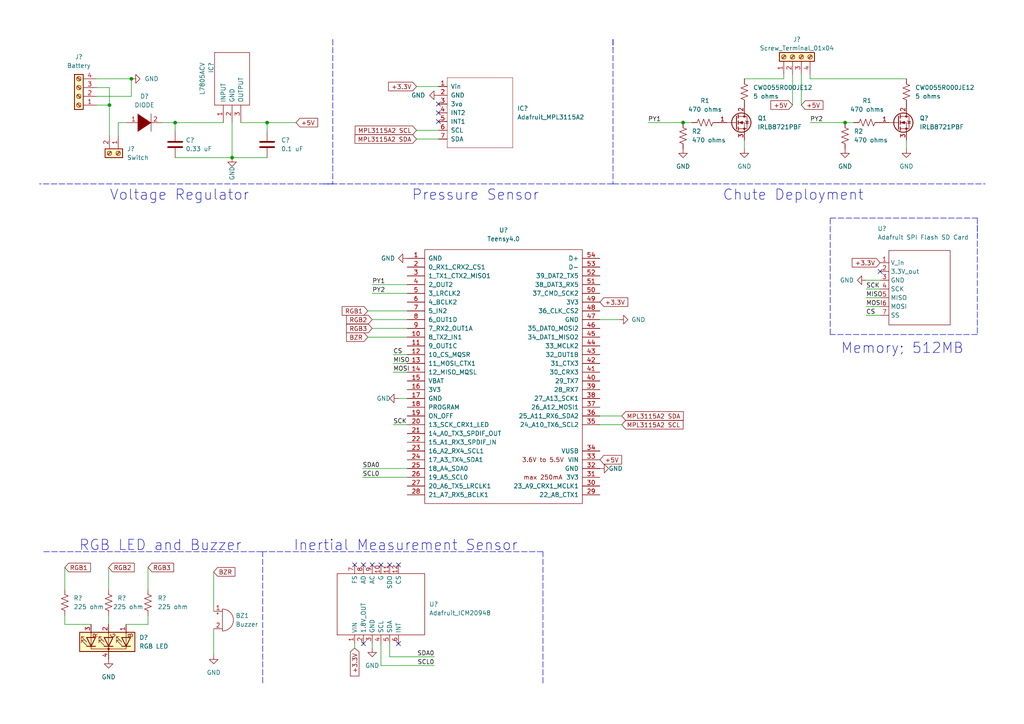
<source format=kicad_sch>
(kicad_sch (version 20211123) (generator eeschema)
  (paper "A4")
  (lib_symbols
    (symbol "Adafruit:Adafruit SPI Flash SD Card"
      (property "Reference" "U" (at 10.922 19.304 0))
      (property "Value" "Adafruit SPI Flash SD Card" (at 10.922 21.59 0))
      (symbol "Adafruit SPI Flash SD Card_0_1"
        (rectangle (start 0 0) (end 21.59 17.78))
      )
      (symbol "Adafruit SPI Flash SD Card_1_1"
        (pin power_in line (at 3.556 -2.54 90) (length 2.54) (name "V_in") (number "1"))
        (pin power_out line (at 6.096 -2.54 90) (length 2.54) (name "3.3V_out") (number "2"))
        (pin bidirectional line (at 8.636 -2.54 90) (length 2.54) (name "GND") (number "3"))
        (pin bidirectional line (at 11.176 -2.54 90) (length 2.54) (name "SCK") (number "4"))
        (pin bidirectional line (at 13.716 -2.54 90) (length 2.54) (name "MISO") (number "5"))
        (pin bidirectional line (at 16.256 -2.54 90) (length 2.54) (name "MOSI") (number "6"))
        (pin bidirectional line (at 18.796 -2.54 90) (length 2.54) (name "SS") (number "7"))
      )
    )
    (symbol "Adafruit:Adafruit_ICM20948"
      (property "Reference" "U" (at 0 0 0))
      (property "Value" "Adafruit_ICM20948" (at 0 -15.24 0))
      (symbol "Adafruit_ICM20948_0_1"
        (rectangle (start 0 0) (end 0 0))
        (rectangle (start 0 0) (end 0 0))
        (rectangle (start 0 17.78) (end 25.4 0))
      )
      (symbol "Adafruit_ICM20948_1_1"
        (pin input line (at 5.08 -2.54 90) (length 2.54) (name "VIN") (number "1"))
        (pin bidirectional line (at 12.7 20.32 270) (length 2.54) (name "G") (number "10"))
        (pin bidirectional line (at 15.24 20.32 270) (length 2.54) (name "SDO") (number "11"))
        (pin bidirectional line (at 17.78 20.32 270) (length 2.54) (name "CS") (number "12"))
        (pin bidirectional line (at 7.62 -2.54 90) (length 2.54) (name "1.8V_OUT") (number "2"))
        (pin bidirectional line (at 10.16 -2.54 90) (length 2.54) (name "GND") (number "3"))
        (pin bidirectional line (at 12.7 -2.54 90) (length 2.54) (name "SCL") (number "4"))
        (pin bidirectional line (at 15.24 -2.54 90) (length 2.54) (name "SDA") (number "5"))
        (pin bidirectional line (at 17.78 -2.54 90) (length 2.54) (name "INT") (number "6"))
        (pin bidirectional line (at 5.08 20.32 270) (length 2.54) (name "FS") (number "7"))
        (pin bidirectional line (at 7.62 20.32 270) (length 2.54) (name "AD") (number "8"))
        (pin bidirectional line (at 10.16 20.32 270) (length 2.54) (name "AC") (number "9"))
      )
    )
    (symbol "Adafruit:Adafruit_MPL3115A2" (pin_names (offset 1.016))
      (property "Reference" "IC" (at 10.16 20.32 0))
      (property "Value" "Adafruit_MPL3115A2" (at 10.16 13.97 0))
      (symbol "Adafruit_MPL3115A2_0_1"
        (rectangle (start 0 0) (end 20.32 19.05) (stroke (width 0.1016)))
      )
      (symbol "Adafruit_MPL3115A2_1_1"
        (pin bidirectional line (at 2.54 -2.54 90) (length 2.54) (name "Vin") (number "1"))
        (pin bidirectional line (at 5.08 -2.54 90) (length 2.54) (name "GND") (number "2"))
        (pin bidirectional line (at 7.62 -2.54 90) (length 2.54) (name "3vo") (number "3"))
        (pin bidirectional line (at 10.16 -2.54 90) (length 2.54) (name "INT2") (number "4"))
        (pin bidirectional line (at 12.7 -2.54 90) (length 2.54) (name "INT1") (number "5"))
        (pin bidirectional line (at 15.24 -2.54 90) (length 2.54) (name "SCL") (number "6"))
        (pin bidirectional line (at 17.78 -2.54 90) (length 2.54) (name "SDA") (number "7"))
      )
    )
    (symbol "Connector:Screw_Terminal_01x02" (pin_names (offset 1.016) hide)
      (property "Reference" "J" (at 0 2.54 0))
      (property "Value" "Screw_Terminal_01x02" (at 0 -5.08 0))
      (symbol "Screw_Terminal_01x02_1_1"
        (rectangle (start -1.27 1.27) (end 1.27 -3.81) (stroke (width 0.254)) (fill (type background)))
        (circle (center 0 -2.54) (radius 0.635) (stroke (width 0.1524)))
        (polyline (pts (xy -0.5334 -2.2098) (xy 0.3302 -3.048)) (stroke (width 0.1524)))
        (polyline (pts (xy -0.5334 0.3302) (xy 0.3302 -0.508)) (stroke (width 0.1524)))
        (polyline (pts (xy -0.3556 -2.032) (xy 0.508 -2.8702)) (stroke (width 0.1524)))
        (polyline (pts (xy -0.3556 0.508) (xy 0.508 -0.3302)) (stroke (width 0.1524)))
        (circle (center 0 0) (radius 0.635) (stroke (width 0.1524)))
        (pin passive line (at -5.08 0 0) (length 3.81) (name "Pin_1") (number "1"))
        (pin passive line (at -5.08 -2.54 0) (length 3.81) (name "Pin_2") (number "2"))
      )
    )
    (symbol "Connector:Screw_Terminal_01x04" (pin_names (offset 1.016) hide)
      (property "Reference" "J" (at 0 5.08 0))
      (property "Value" "Screw_Terminal_01x04" (at 0 -7.62 0))
      (symbol "Screw_Terminal_01x04_1_1"
        (rectangle (start -1.27 3.81) (end 1.27 -6.35) (stroke (width 0.254)) (fill (type background)))
        (circle (center 0 -5.08) (radius 0.635) (stroke (width 0.1524)))
        (circle (center 0 -2.54) (radius 0.635) (stroke (width 0.1524)))
        (polyline (pts (xy -0.5334 -4.7498) (xy 0.3302 -5.588)) (stroke (width 0.1524)))
        (polyline (pts (xy -0.5334 -2.2098) (xy 0.3302 -3.048)) (stroke (width 0.1524)))
        (polyline (pts (xy -0.5334 0.3302) (xy 0.3302 -0.508)) (stroke (width 0.1524)))
        (polyline (pts (xy -0.5334 2.8702) (xy 0.3302 2.032)) (stroke (width 0.1524)))
        (polyline (pts (xy -0.3556 -4.572) (xy 0.508 -5.4102)) (stroke (width 0.1524)))
        (polyline (pts (xy -0.3556 -2.032) (xy 0.508 -2.8702)) (stroke (width 0.1524)))
        (polyline (pts (xy -0.3556 0.508) (xy 0.508 -0.3302)) (stroke (width 0.1524)))
        (polyline (pts (xy -0.3556 3.048) (xy 0.508 2.2098)) (stroke (width 0.1524)))
        (circle (center 0 0) (radius 0.635) (stroke (width 0.1524)))
        (circle (center 0 2.54) (radius 0.635) (stroke (width 0.1524)))
        (pin passive line (at -5.08 2.54 0) (length 3.81) (name "Pin_1") (number "1"))
        (pin passive line (at -5.08 0 0) (length 3.81) (name "Pin_2") (number "2"))
        (pin passive line (at -5.08 -2.54 0) (length 3.81) (name "Pin_3") (number "3"))
        (pin passive line (at -5.08 -5.08 0) (length 3.81) (name "Pin_4") (number "4"))
      )
    )
    (symbol "Device:Buzzer" (pin_names (offset 0.0254) hide)
      (property "Reference" "BZ" (at 3.81 1.27 0))
      (property "Value" "Buzzer" (at 3.81 -1.27 0))
      (symbol "Buzzer_0_1"
        (arc (start 0 -3.175) (mid 3.175 0) (end 0 3.175))
        (polyline (pts (xy -1.651 1.905) (xy -1.143 1.905)))
        (polyline (pts (xy -1.397 2.159) (xy -1.397 1.651)))
        (polyline (pts (xy 0 3.175) (xy 0 -3.175)))
      )
      (symbol "Buzzer_1_1"
        (pin passive line (at -2.54 2.54 0) (length 2.54) (name "-") (number "1"))
        (pin passive line (at -2.54 -2.54 0) (length 2.54) (name "+") (number "2"))
      )
    )
    (symbol "Device:C" (pin_numbers hide) (pin_names (offset 0.254))
      (property "Reference" "C" (at 0.635 2.54 0))
      (property "Value" "C" (at 0.635 -2.54 0))
      (symbol "C_0_1"
        (polyline (pts (xy -2.032 -0.762) (xy 2.032 -0.762)) (stroke (width 0.508)))
        (polyline (pts (xy -2.032 0.762) (xy 2.032 0.762)) (stroke (width 0.508)))
      )
      (symbol "C_1_1"
        (pin passive line (at 0 3.81 270) (length 2.794) (name "~") (number "1"))
        (pin passive line (at 0 -3.81 90) (length 2.794) (name "~") (number "2"))
      )
    )
    (symbol "Device:LED_BGRK" (pin_names (offset 0) hide)
      (property "Reference" "D" (at 0 9.398 0))
      (property "Value" "LED_BGRK" (at 0 -8.89 0))
      (symbol "LED_BGRK_0_0"
        (text "B" (at 1.905 -6.35 0) (effects (font (size 1.27 1.27))))
        (text "G" (at 1.905 -1.27 0) (effects (font (size 1.27 1.27))))
        (text "R" (at 1.905 3.81 0) (effects (font (size 1.27 1.27))))
      )
      (symbol "LED_BGRK_0_1"
        (circle (center -2.032 0) (radius 0.254) (fill (type outline)))
        (polyline (pts (xy -1.27 -5.08) (xy 1.27 -5.08)))
        (polyline (pts (xy -1.27 -3.81) (xy -1.27 -6.35)) (stroke (width 0.254)))
        (polyline (pts (xy -1.27 0) (xy -2.54 0)))
        (polyline (pts (xy -1.27 1.27) (xy -1.27 -1.27)) (stroke (width 0.254)))
        (polyline (pts (xy -1.27 5.08) (xy 1.27 5.08)))
        (polyline (pts (xy -1.27 6.35) (xy -1.27 3.81)) (stroke (width 0.254)))
        (polyline (pts (xy 1.27 -5.08) (xy 2.54 -5.08)))
        (polyline (pts (xy 1.27 0) (xy -1.27 0)))
        (polyline (pts (xy 1.27 0) (xy 2.54 0)))
        (polyline (pts (xy 1.27 5.08) (xy 2.54 5.08)))
        (polyline (pts (xy -1.27 1.27) (xy -1.27 -1.27) (xy -1.27 -1.27)))
        (polyline (pts (xy -1.27 6.35) (xy -1.27 3.81) (xy -1.27 3.81)))
        (polyline (pts (xy -1.27 5.08) (xy -2.032 5.08) (xy -2.032 -5.08) (xy -1.016 -5.08)))
        (polyline (pts (xy 1.27 -3.81) (xy 1.27 -6.35) (xy -1.27 -5.08) (xy 1.27 -3.81)) (stroke (width 0.254)))
        (polyline (pts (xy 1.27 1.27) (xy 1.27 -1.27) (xy -1.27 0) (xy 1.27 1.27)) (stroke (width 0.254)))
        (polyline (pts (xy 1.27 6.35) (xy 1.27 3.81) (xy -1.27 5.08) (xy 1.27 6.35)) (stroke (width 0.254)))
        (polyline (pts (xy -1.016 -3.81) (xy 0.508 -2.286) (xy -0.254 -2.286) (xy 0.508 -2.286) (xy 0.508 -3.048)))
        (polyline (pts (xy -1.016 1.27) (xy 0.508 2.794) (xy -0.254 2.794) (xy 0.508 2.794) (xy 0.508 2.032)))
        (polyline (pts (xy -1.016 6.35) (xy 0.508 7.874) (xy -0.254 7.874) (xy 0.508 7.874) (xy 0.508 7.112)))
        (polyline (pts (xy 0 -3.81) (xy 1.524 -2.286) (xy 0.762 -2.286) (xy 1.524 -2.286) (xy 1.524 -3.048)))
        (polyline (pts (xy 0 1.27) (xy 1.524 2.794) (xy 0.762 2.794) (xy 1.524 2.794) (xy 1.524 2.032)))
        (polyline (pts (xy 0 6.35) (xy 1.524 7.874) (xy 0.762 7.874) (xy 1.524 7.874) (xy 1.524 7.112)))
        (rectangle (start 1.27 -1.27) (end 1.27 1.27))
        (rectangle (start 1.27 1.27) (end 1.27 1.27))
        (rectangle (start 1.27 3.81) (end 1.27 6.35))
        (rectangle (start 1.27 6.35) (end 1.27 6.35))
        (rectangle (start 2.794 8.382) (end -2.794 -7.62) (stroke (width 0.254)) (fill (type background)))
      )
      (symbol "LED_BGRK_1_1"
        (pin passive line (at 5.08 -5.08 180) (length 2.54) (name "BA") (number "1"))
        (pin passive line (at 5.08 0 180) (length 2.54) (name "GA") (number "2"))
        (pin passive line (at 5.08 5.08 180) (length 2.54) (name "RA") (number "3"))
        (pin passive line (at -5.08 0 0) (length 2.54) (name "K") (number "4"))
      )
    )
    (symbol "Device:R_US" (pin_numbers hide) (pin_names (offset 0))
      (property "Reference" "R" (at 2.54 0 90))
      (property "Value" "R_US" (at -2.54 0 90))
      (symbol "R_US_0_1"
        (polyline (pts (xy 0 -2.286) (xy 0 -2.54)))
        (polyline (pts (xy 0 2.286) (xy 0 2.54)))
        (polyline (pts (xy 0 -0.762) (xy 1.016 -1.143) (xy 0 -1.524) (xy -1.016 -1.905) (xy 0 -2.286)))
        (polyline (pts (xy 0 0.762) (xy 1.016 0.381) (xy 0 0) (xy -1.016 -0.381) (xy 0 -0.762)))
        (polyline (pts (xy 0 2.286) (xy 1.016 1.905) (xy 0 1.524) (xy -1.016 1.143) (xy 0 0.762)))
      )
      (symbol "R_US_1_1"
        (pin passive line (at 0 3.81 270) (length 1.27) (name "~") (number "1"))
        (pin passive line (at 0 -3.81 90) (length 1.27) (name "~") (number "2"))
      )
    )
    (symbol "Transistor_FET:IRLB8721PBF" (pin_names hide)
      (property "Reference" "Q" (at 6.35 1.905 0))
      (property "Value" "IRLB8721PBF" (at 6.35 0 0))
      (symbol "IRLB8721PBF_0_1"
        (polyline (pts (xy 0.254 0) (xy -2.54 0)))
        (polyline (pts (xy 0.254 1.905) (xy 0.254 -1.905)) (stroke (width 0.254)))
        (polyline (pts (xy 0.762 -1.27) (xy 0.762 -2.286)) (stroke (width 0.254)))
        (polyline (pts (xy 0.762 0.508) (xy 0.762 -0.508)) (stroke (width 0.254)))
        (polyline (pts (xy 0.762 2.286) (xy 0.762 1.27)) (stroke (width 0.254)))
        (polyline (pts (xy 2.54 2.54) (xy 2.54 1.778)))
        (polyline (pts (xy 2.54 -2.54) (xy 2.54 0) (xy 0.762 0)))
        (polyline (pts (xy 0.762 -1.778) (xy 3.302 -1.778) (xy 3.302 1.778) (xy 0.762 1.778)))
        (polyline (pts (xy 1.016 0) (xy 2.032 0.381) (xy 2.032 -0.381) (xy 1.016 0)) (fill (type outline)))
        (polyline (pts (xy 2.794 0.508) (xy 2.921 0.381) (xy 3.683 0.381) (xy 3.81 0.254)))
        (polyline (pts (xy 3.302 0.381) (xy 2.921 -0.254) (xy 3.683 -0.254) (xy 3.302 0.381)))
        (circle (center 1.651 0) (radius 2.794) (stroke (width 0.254)))
        (circle (center 2.54 -1.778) (radius 0.254) (fill (type outline)))
        (circle (center 2.54 1.778) (radius 0.254) (fill (type outline)))
      )
      (symbol "IRLB8721PBF_1_1"
        (pin input line (at -5.08 0 0) (length 2.54) (name "G") (number "1"))
        (pin passive line (at 2.54 5.08 270) (length 2.54) (name "D") (number "2"))
        (pin passive line (at 2.54 -5.08 90) (length 2.54) (name "S") (number "3"))
      )
    )
    (symbol "Voltage Regulator:L7805ACV" (pin_names (offset 0.762))
      (property "Reference" "IC" (at 8.89 25.4 0))
      (property "Value" "L7805ACV" (at 8.89 22.86 0))
      (symbol "L7805ACV_0_0"
        (pin passive line (at 0 0 90) (length 5.08) (name "INPUT") (number "1"))
        (pin passive line (at 2.54 0 90) (length 5.08) (name "GND") (number "2"))
        (pin passive line (at 5.08 0 90) (length 5.08) (name "OUTPUT") (number "3"))
      )
      (symbol "L7805ACV_0_1"
        (polyline (pts (xy -2.54 20.32) (xy 7.62 20.32) (xy 7.62 5.08) (xy -2.54 5.08) (xy -2.54 20.32)) (stroke (width 0.1524)))
      )
    )
    (symbol "power:GND" (power) (pin_names (offset 0))
      (property "Value" "GND" (at 0 -3.81 0))
      (symbol "GND_0_1"
        (polyline (pts (xy 0 0) (xy 0 -1.27) (xy 1.27 -1.27) (xy 0 -2.54) (xy -1.27 -1.27) (xy 0 -1.27)))
      )
      (symbol "GND_1_1"
        (pin power_in line (at 0 0 270) (length 0) hide (name "GND") (number "1"))
      )
    )
    (symbol "pspice:DIODE" (pin_names (offset 1.016) hide)
      (property "Reference" "D" (at 0 3.81 0))
      (property "Value" "DIODE" (at 0 -4.445 0))
      (symbol "DIODE_0_1"
        (polyline (pts (xy 1.905 2.54) (xy 1.905 -2.54)))
        (polyline (pts (xy -1.905 2.54) (xy -1.905 -2.54) (xy 1.905 0)) (fill (type outline)))
      )
      (symbol "DIODE_1_1"
        (pin input line (at -5.08 0 0) (length 3.81) (name "K") (number "1"))
        (pin input line (at 5.08 0 180) (length 3.81) (name "A") (number "2"))
      )
    )
    (symbol "teensy:Teensy4.0" (pin_names (offset 1.016))
      (property "Reference" "U" (at 0 39.37 0))
      (property "Value" "Teensy4.0" (at 0 -39.37 0))
      (symbol "Teensy4.0_0_0"
        (text "3.6V to 5.5V" (at 11.43 -24.13 0) (effects (font (size 1.27 1.27))))
        (text "max 250mA" (at 11.43 -29.21 0) (effects (font (size 1.27 1.27))))
        (pin bidirectional line (at -27.94 11.43 0) (length 5.08) (name "8_TX2_IN1") (number "10"))
        (pin bidirectional line (at -27.94 8.89 0) (length 5.08) (name "9_OUT1C") (number "11"))
        (pin bidirectional line (at -27.94 6.35 0) (length 5.08) (name "10_CS_MQSR") (number "12"))
        (pin bidirectional line (at -27.94 3.81 0) (length 5.08) (name "11_MOSI_CTX1") (number "13"))
        (pin bidirectional line (at -27.94 1.27 0) (length 5.08) (name "12_MISO_MQSL") (number "14"))
        (pin power_in line (at -27.94 -1.27 0) (length 5.08) (name "VBAT") (number "15"))
        (pin power_in line (at -27.94 -3.81 0) (length 5.08) (name "3V3") (number "16"))
        (pin power_in line (at -27.94 -6.35 0) (length 5.08) (name "GND") (number "17"))
        (pin input line (at -27.94 -8.89 0) (length 5.08) (name "PROGRAM") (number "18"))
        (pin input line (at -27.94 -11.43 0) (length 5.08) (name "ON_OFF") (number "19"))
        (pin bidirectional line (at -27.94 -13.97 0) (length 5.08) (name "13_SCK_CRX1_LED") (number "20"))
        (pin bidirectional line (at -27.94 -16.51 0) (length 5.08) (name "14_A0_TX3_SPDIF_OUT") (number "21"))
        (pin bidirectional line (at -27.94 -19.05 0) (length 5.08) (name "15_A1_RX3_SPDIF_IN") (number "22"))
        (pin bidirectional line (at -27.94 -21.59 0) (length 5.08) (name "16_A2_RX4_SCL1") (number "23"))
        (pin bidirectional line (at -27.94 -24.13 0) (length 5.08) (name "17_A3_TX4_SDA1") (number "24"))
        (pin bidirectional line (at -27.94 -26.67 0) (length 5.08) (name "18_A4_SDA0") (number "25"))
        (pin bidirectional line (at -27.94 -29.21 0) (length 5.08) (name "19_A5_SCL0") (number "26"))
        (pin bidirectional line (at -27.94 -31.75 0) (length 5.08) (name "20_A6_TX5_LRCLK1") (number "27"))
        (pin bidirectional line (at -27.94 -34.29 0) (length 5.08) (name "21_A7_RX5_BCLK1") (number "28"))
        (pin bidirectional line (at 27.94 -34.29 180) (length 5.08) (name "22_A8_CTX1") (number "29"))
        (pin bidirectional line (at 27.94 -31.75 180) (length 5.08) (name "23_A9_CRX1_MCLK1") (number "30"))
        (pin power_out line (at 27.94 -29.21 180) (length 5.08) (name "3V3") (number "31"))
        (pin power_in line (at 27.94 -26.67 180) (length 5.08) (name "GND") (number "32"))
        (pin power_in line (at 27.94 -24.13 180) (length 5.08) (name "VIN") (number "33"))
        (pin power_out line (at 27.94 -21.59 180) (length 5.08) (name "VUSB") (number "34"))
        (pin bidirectional line (at 27.94 -13.97 180) (length 5.08) (name "24_A10_TX6_SCL2") (number "35"))
        (pin bidirectional line (at 27.94 -11.43 180) (length 5.08) (name "25_A11_RX6_SDA2") (number "36"))
        (pin bidirectional line (at 27.94 -8.89 180) (length 5.08) (name "26_A12_MOSI1") (number "37"))
        (pin bidirectional line (at 27.94 -6.35 180) (length 5.08) (name "27_A13_SCK1") (number "38"))
        (pin bidirectional line (at 27.94 -3.81 180) (length 5.08) (name "28_RX7") (number "39"))
        (pin bidirectional line (at 27.94 -1.27 180) (length 5.08) (name "29_TX7") (number "40"))
        (pin bidirectional line (at 27.94 1.27 180) (length 5.08) (name "30_CRX3") (number "41"))
        (pin bidirectional line (at 27.94 3.81 180) (length 5.08) (name "31_CTX3") (number "42"))
        (pin bidirectional line (at 27.94 6.35 180) (length 5.08) (name "32_OUT1B") (number "43"))
        (pin bidirectional line (at 27.94 8.89 180) (length 5.08) (name "33_MCLK2") (number "44"))
        (pin bidirectional line (at 27.94 11.43 180) (length 5.08) (name "34_DAT1_MISO2") (number "45"))
        (pin bidirectional line (at 27.94 13.97 180) (length 5.08) (name "35_DAT0_MOSI2") (number "46"))
        (pin power_out line (at 27.94 16.51 180) (length 5.08) (name "GND") (number "47"))
        (pin bidirectional line (at 27.94 19.05 180) (length 5.08) (name "36_CLK_CS2") (number "48"))
        (pin power_out line (at 27.94 21.59 180) (length 5.08) (name "3V3") (number "49"))
        (pin bidirectional line (at -27.94 24.13 0) (length 5.08) (name "3_LRCLK2") (number "5"))
        (pin bidirectional line (at 27.94 24.13 180) (length 5.08) (name "37_CMD_SCK2") (number "50"))
        (pin bidirectional line (at 27.94 26.67 180) (length 5.08) (name "38_DAT3_RX5") (number "51"))
        (pin bidirectional line (at 27.94 29.21 180) (length 5.08) (name "39_DAT2_TX5") (number "52"))
        (pin bidirectional line (at 27.94 31.75 180) (length 5.08) (name "D-") (number "53"))
        (pin bidirectional line (at 27.94 34.29 180) (length 5.08) (name "D+") (number "54"))
        (pin bidirectional line (at -27.94 21.59 0) (length 5.08) (name "4_BCLK2") (number "6"))
        (pin bidirectional line (at -27.94 19.05 0) (length 5.08) (name "5_IN2") (number "7"))
        (pin bidirectional line (at -27.94 16.51 0) (length 5.08) (name "6_OUT1D") (number "8"))
        (pin bidirectional line (at -27.94 13.97 0) (length 5.08) (name "7_RX2_OUT1A") (number "9"))
      )
      (symbol "Teensy4.0_0_1"
        (rectangle (start -22.86 36.83) (end 22.86 -36.83))
        (rectangle (start -20.32 -31.75) (end -20.32 -31.75))
      )
      (symbol "Teensy4.0_1_1"
        (pin power_in line (at -27.94 34.29 0) (length 5.08) (name "GND") (number "1"))
        (pin bidirectional line (at -27.94 31.75 0) (length 5.08) (name "0_RX1_CRX2_CS1") (number "2"))
        (pin bidirectional line (at -27.94 29.21 0) (length 5.08) (name "1_TX1_CTX2_MISO1") (number "3"))
        (pin bidirectional line (at -27.94 26.67 0) (length 5.08) (name "2_OUT2") (number "4"))
      )
    )
  )
  (junction (at 50.8 35.56))
  (junction (at 198.12 35.56))
  (junction (at 38.1 22.86))
  (junction (at 245.11 35.56))
  (junction (at 77.47 35.56))
  (junction (at 67.31 45.72))
  (junction (at 31.75 30.48))
  (no_connect (at 105.41 186.69))
  (no_connect (at 113.03 163.83))
  (no_connect (at 107.95 163.83))
  (no_connect (at 105.41 163.83))
  (no_connect (at 110.49 163.83))
  (no_connect (at 102.87 163.83))
  (no_connect (at 127.1524 35.2552))
  (no_connect (at 115.57 186.69))
  (no_connect (at 255.27 78.74))
  (no_connect (at 115.57 163.83))
  (no_connect (at 127.1524 30.1752))
  (no_connect (at 127.1524 32.7152))
  (wire (pts (xy 34.29 35.56) (xy 34.29 39.37)))
  (wire (pts (xy 77.47 35.56) (xy 77.47 38.1)))
  (wire (pts (xy 114.046 102.87) (xy 118.11 102.87)))
  (wire (pts (xy 42.926 181.102) (xy 36.576 181.102)))
  (wire (pts (xy 120.8024 40.3352) (xy 127.1524 40.3352)))
  (polyline (pts (xy 157.48 160.02) (xy 76.2 160.02)))
  (wire (pts (xy 27.94 27.94) (xy 38.1 27.94)))
  (wire (pts (xy 69.85 35.56) (xy 77.47 35.56)))
  (wire (pts (xy 31.75 25.4) (xy 31.75 30.48)))
  (wire (pts (xy 179.578 92.71) (xy 173.99 92.71)))
  (polyline (pts (xy 283.464 97.028) (xy 240.792 97.028)))
  (wire (pts (xy 46.99 35.56) (xy 50.8 35.56)))
  (wire (pts (xy 110.49 193.04) (xy 110.49 186.69)))
  (wire (pts (xy 31.75 30.48) (xy 31.75 39.37)))
  (wire (pts (xy 105.156 138.43) (xy 118.11 138.43)))
  (wire (pts (xy 38.1 22.86) (xy 38.1 27.94)))
  (wire (pts (xy 114.046 123.19) (xy 118.11 123.19)))
  (wire (pts (xy 118.11 115.57) (xy 115.57 115.57)))
  (polyline (pts (xy 177.8 53.34) (xy 93.98 53.34)))
  (wire (pts (xy 251.206 81.28) (xy 255.27 81.28)))
  (polyline (pts (xy 283.464 65.278) (xy 283.464 97.028)))
  (wire (pts (xy 67.31 45.72) (xy 77.47 45.72)))
  (wire (pts (xy 42.926 164.592) (xy 42.926 170.942)))
  (polyline (pts (xy 240.792 63.246) (xy 283.464 63.246)))
  (wire (pts (xy 229.87 30.48) (xy 229.87 21.59)))
  (polyline (pts (xy 157.48 198.12) (xy 157.48 160.02)))
  (wire (pts (xy 215.9 43.18) (xy 215.9 40.64)))
  (wire (pts (xy 120.8024 37.7952) (xy 127.1524 37.7952)))
  (wire (pts (xy 18.796 164.592) (xy 18.796 170.942)))
  (wire (pts (xy 106.68 90.17) (xy 118.11 90.17)))
  (wire (pts (xy 232.41 30.48) (xy 232.41 21.59)))
  (wire (pts (xy 251.206 83.82) (xy 255.27 83.82)))
  (wire (pts (xy 27.94 22.86) (xy 38.1 22.86)))
  (polyline (pts (xy 76.2 198.12) (xy 76.2 160.02)))
  (wire (pts (xy 18.796 178.562) (xy 18.796 181.102)))
  (wire (pts (xy 245.11 35.56) (xy 247.65 35.56)))
  (polyline (pts (xy 177.8 11.43) (xy 177.8 53.34)))
  (wire (pts (xy 50.8 35.56) (xy 64.77 35.56)))
  (wire (pts (xy 61.976 165.862) (xy 61.976 177.292)))
  (polyline (pts (xy 96.52 11.43) (xy 96.52 53.34)))
  (wire (pts (xy 107.95 95.25) (xy 118.11 95.25)))
  (wire (pts (xy 107.95 186.69) (xy 107.95 187.96)))
  (wire (pts (xy 107.95 92.71) (xy 118.11 92.71)))
  (wire (pts (xy 36.83 35.56) (xy 34.29 35.56)))
  (wire (pts (xy 77.47 35.56) (xy 85.852 35.56)))
  (wire (pts (xy 110.49 193.04) (xy 125.984 193.04)))
  (wire (pts (xy 61.976 182.372) (xy 61.976 189.992)))
  (wire (pts (xy 180.34 120.65) (xy 173.99 120.65)))
  (wire (pts (xy 198.12 35.56) (xy 200.66 35.56)))
  (wire (pts (xy 102.87 186.69) (xy 102.87 187.96)))
  (wire (pts (xy 262.89 43.18) (xy 262.89 40.64)))
  (wire (pts (xy 31.496 178.562) (xy 31.496 181.102)))
  (wire (pts (xy 27.94 30.48) (xy 31.75 30.48)))
  (wire (pts (xy 234.95 22.86) (xy 234.95 21.59)))
  (polyline (pts (xy 177.8 53.34) (xy 285.75 53.34)))
  (polyline (pts (xy 283.464 63.246) (xy 283.464 68.834)))
  (wire (pts (xy 107.95 85.09) (xy 118.11 85.09)))
  (polyline (pts (xy 177.8 11.43) (xy 177.8 13.97)))
  (wire (pts (xy 227.33 22.86) (xy 227.33 21.59)))
  (wire (pts (xy 114.046 105.41) (xy 118.11 105.41)))
  (wire (pts (xy 113.03 190.5) (xy 113.03 186.69)))
  (wire (pts (xy 187.96 35.56) (xy 198.12 35.56)))
  (wire (pts (xy 106.68 97.79) (xy 118.11 97.79)))
  (wire (pts (xy 105.156 135.89) (xy 118.11 135.89)))
  (wire (pts (xy 50.8 35.56) (xy 50.8 38.1)))
  (wire (pts (xy 234.95 35.56) (xy 245.11 35.56)))
  (wire (pts (xy 251.206 86.36) (xy 255.27 86.36)))
  (wire (pts (xy 31.496 164.592) (xy 31.496 170.942)))
  (wire (pts (xy 114.046 107.95) (xy 118.11 107.95)))
  (wire (pts (xy 125.984 190.5) (xy 113.03 190.5)))
  (wire (pts (xy 251.206 91.44) (xy 255.27 91.44)))
  (wire (pts (xy 120.8024 25.0952) (xy 127.1524 25.0952)))
  (wire (pts (xy 27.94 25.4) (xy 31.75 25.4)))
  (polyline (pts (xy 12.7 160.02) (xy 76.2 160.02)))
  (wire (pts (xy 180.34 123.19) (xy 173.99 123.19)))
  (wire (pts (xy 215.9 22.86) (xy 227.33 22.86)))
  (wire (pts (xy 234.95 22.86) (xy 262.89 22.86)))
  (polyline (pts (xy 96.52 53.34) (xy 11.43 53.34)))
  (wire (pts (xy 107.95 82.55) (xy 118.11 82.55)))
  (wire (pts (xy 42.926 178.562) (xy 42.926 181.102)))
  (wire (pts (xy 18.796 181.102) (xy 26.416 181.102)))
  (polyline (pts (xy 240.792 97.028) (xy 240.792 63.246)))
  (wire (pts (xy 50.8 45.72) (xy 67.31 45.72)))
  (wire (pts (xy 67.31 35.56) (xy 67.31 45.72)))
  (wire (pts (xy 251.206 88.9) (xy 255.27 88.9)))
  (text "Chute Deployment" (at 209.55 58.42 0) (effects (font (size 3 3)) (justify left bottom)))
  (text "Memory; 512MB" (at 243.84 102.87 0) (effects (font (size 3 3)) (justify left bottom)))
  (text "RGB LED and Buzzer" (at 22.86 160.02 0) (effects (font (size 3 3)) (justify left bottom)))
  (text "Pressure Sensor" (at 119.38 58.42 0) (effects (font (size 3 3)) (justify left bottom)))
  (text "Voltage Regulator" (at 31.75 58.42 0) (effects (font (size 3 3)) (justify left bottom)))
  (text "Inertial Measurement Sensor" (at 85.09 160.02 0) (effects (font (size 3 3)) (justify left bottom)))
  (label "CS" (at 251.206 91.44 0))
  (label "PY1" (at 187.96 35.56 0))
  (label "MISO" (at 114.046 105.41 0))
  (label "MISO" (at 251.206 86.36 0))
  (label "MOSI" (at 114.046 107.95 0))
  (label "SDA0" (at 125.984 190.5 180))
  (label "PY1" (at 107.95 82.55 0))
  (label "SCK" (at 251.206 83.82 0))
  (label "SCL0" (at 125.984 193.04 180))
  (label "SCL0" (at 105.156 138.43 0))
  (label "SDA0" (at 105.156 135.89 0))
  (label "MOSI" (at 251.206 88.9 0))
  (label "CS" (at 114.046 102.87 0))
  (label "PY2" (at 107.95 85.09 0))
  (label "SCK" (at 114.046 123.19 0))
  (label "PY2" (at 234.95 35.56 0))
  (global_label "RGB2" (shape input) (at 107.95 92.71 180) (property "Intersheet References" "${INTERSHEET_REFS}" (effects hide)))
  (global_label "+3.3V" (shape input) (at 173.99 87.63 0) (property "Intersheet References" "${INTERSHEET_REFS}" (effects hide)))
  (global_label "BZR" (shape input) (at 106.68 97.79 180) (property "Intersheet References" "${INTERSHEET_REFS}" (effects hide)))
  (global_label "RGB3" (shape input) (at 42.926 164.592 0) (property "Intersheet References" "${INTERSHEET_REFS}" (effects hide)))
  (global_label "RGB3" (shape input) (at 107.95 95.25 180) (property "Intersheet References" "${INTERSHEET_REFS}" (effects hide)))
  (global_label "+5V" (shape input) (at 232.41 30.48 0) (property "Intersheet References" "${INTERSHEET_REFS}" (effects hide)))
  (global_label "MPL3115A2 SDA" (shape input) (at 120.8024 40.3352 180) (property "Intersheet References" "${INTERSHEET_REFS}" (effects hide)))
  (global_label "+3.3V" (shape input) (at 102.87 187.96 270) (property "Intersheet References" "${INTERSHEET_REFS}" (effects hide)))
  (global_label "RGB2" (shape input) (at 31.496 164.592 0) (property "Intersheet References" "${INTERSHEET_REFS}" (effects hide)))
  (global_label "BZR" (shape input) (at 61.976 165.862 0) (property "Intersheet References" "${INTERSHEET_REFS}" (effects hide)))
  (global_label "MPL3115A2 SCL" (shape input) (at 180.34 123.19 0) (property "Intersheet References" "${INTERSHEET_REFS}" (effects hide)))
  (global_label "RGB1" (shape input) (at 18.796 164.592 0) (property "Intersheet References" "${INTERSHEET_REFS}" (effects hide)))
  (global_label "+5V" (shape input) (at 229.87 30.48 180) (property "Intersheet References" "${INTERSHEET_REFS}" (effects hide)))
  (global_label "RGB1" (shape input) (at 106.68 90.17 180) (property "Intersheet References" "${INTERSHEET_REFS}" (effects hide)))
  (global_label "+5V" (shape input) (at 173.99 133.35 0) (property "Intersheet References" "${INTERSHEET_REFS}" (effects hide)))
  (global_label "MPL3115A2 SDA" (shape input) (at 180.34 120.65 0) (property "Intersheet References" "${INTERSHEET_REFS}" (effects hide)))
  (global_label "+5V" (shape input) (at 85.852 35.56 0) (property "Intersheet References" "${INTERSHEET_REFS}" (effects hide)))
  (global_label "MPL3115A2 SCL" (shape input) (at 120.8024 37.7952 180) (property "Intersheet References" "${INTERSHEET_REFS}" (effects hide)))
  (global_label "+3.3V" (shape input) (at 255.27 76.2 180) (property "Intersheet References" "${INTERSHEET_REFS}" (effects hide)))
  (global_label "+3.3V" (shape input) (at 120.8024 25.0952 180) (property "Intersheet References" "${INTERSHEET_REFS}" (effects hide)))
  (symbol (lib_id "power:GND") (at 245.11 43.18 0) (unit 1)
    (property "Reference" "#PWR?" (effects hide))
    (property "Value" "GND" (at 245.11 48.26 0))
  )
  (symbol (lib_id "power:GND") (at 118.11 74.93 270) (unit 1)
    (property "Reference" "#PWR?" (effects hide))
    (property "Value" "GND" (at 110.49 74.93 90) (effects (justify left)))
  )
  (symbol (lib_id "power:GND") (at 107.95 187.96 0) (unit 1)
    (property "Reference" "#PWR?" (effects hide))
    (property "Value" "GND" (at 107.95 193.04 0))
  )
  (symbol (lib_id "power:GND") (at 179.578 92.71 90) (unit 1)
    (property "Reference" "#PWR?" (effects hide))
    (property "Value" "GND" (at 187.198 92.71 90) (effects (justify left)))
  )
  (symbol (lib_id "Adafruit:Adafruit_ICM20948") (at 97.79 184.15 0) (unit 1)
    (property "Reference" "U?" (at 124.46 175.26 0) (effects (justify left)))
    (property "Value" "Adafruit_ICM20948" (at 124.46 177.8 0) (effects (justify left)))
    (property "Footprint" "Adafruit:ICM20946-B25.4x17.78mm-2X06_ROUND-P2.54mm" (effects hide))
  )
  (symbol (lib_id "Transistor_FET:IRLB8721PBF") (at 213.36 35.56 0) (unit 1)
    (property "Reference" "Q1" (at 219.71 34.2899 0) (effects (justify left)))
    (property "Value" "IRLB8721PBF" (at 219.71 36.8299 0) (effects (justify left)))
    (property "Footprint" "Package_TO_SOT_THT:TO-220-3_Vertical" (effects hide))
    (property "Datasheet" "http://www.infineon.com/dgdl/irlb8721pbf.pdf?fileId=5546d462533600a40153566056732591" (effects hide))
  )
  (symbol (lib_id "power:GND") (at 251.206 81.28 270) (unit 1)
    (property "Reference" "#PWR?" (effects hide))
    (property "Value" "GND" (at 243.586 81.28 90) (effects (justify left)))
  )
  (symbol (lib_id "Voltage Regulator:L7805ACV") (at 64.77 35.56 0) (unit 1)
    (property "Reference" "IC?" (at 61.214 18.034 90) (effects (justify right)))
    (property "Value" "L7805ACV" (at 58.674 18.034 90) (effects (justify right)))
    (property "Footprint" "TO255P460X1020X2008-3P" (effects hide))
    (property "Datasheet" "http://uk.rs-online.com/web/p/products/2988508P" (effects hide))
    (property "Description" "Linear voltage regulator,L7805ACV 5V 1A STMicroelectronics L7805ACV, Single Linear Voltage Regulator, 1A 5 V, 2%, 3-Pin TO-220" (effects hide))
    (property "Height" "4.6" (effects hide))
    (property "RS Part Number" "2988508P" (effects hide))
    (property "RS Price/Stock" "http://uk.rs-online.com/web/p/products/2988508P" (effects hide))
    (property "Manufacturer_Name" "STMicroelectronics" (effects hide))
    (property "Manufacturer_Part_Number" "L7805ACV" (effects hide))
    (property "Allied_Number" "70013701" (effects hide))
  )
  (symbol (lib_id "Device:R_US") (at 42.926 174.752 0) (unit 1)
    (property "Reference" "R?" (at 45.72 173.4819 0) (effects (justify left)))
    (property "Value" "225 ohm" (at 45.72 176.0219 0) (effects (justify left)))
  )
  (symbol (lib_id "power:GND") (at 127.1524 27.6352 270) (unit 1)
    (property "Reference" "#PWR?" (effects hide))
    (property "Value" "GND" (at 123.3424 27.6351 90) (effects (justify right)))
  )
  (symbol (lib_id "Device:R_US") (at 18.796 174.752 0) (unit 1)
    (property "Reference" "R?" (at 21.336 173.4819 0) (effects (justify left)))
    (property "Value" "225 ohm" (at 21.336 176.022 0) (effects (justify left)))
  )
  (symbol (lib_id "Adafruit:Adafruit_MPL3115A2") (at 129.6924 22.5552 270) (unit 1)
    (property "Reference" "IC?" (at 150.0124 31.4451 90) (effects (justify left)))
    (property "Value" "Adafruit_MPL3115A2" (at 150.0124 33.9851 90) (effects (justify left)))
    (property "Footprint" "Adafruit:MPL3115A2-B19.05x17.78mm-1x07-P2.54mm" (effects hide))
  )
  (symbol (lib_id "power:GND") (at 67.31 45.72 0) (unit 1)
    (property "Reference" "#PWR?" (effects hide))
    (property "Value" "GND" (at 67.31 52.324 90) (effects (justify left)))
  )
  (symbol (lib_id "Device:LED_BGRK") (at 31.496 186.182 90) (unit 1)
    (property "Reference" "D?" (at 40.386 184.9119 90) (effects (justify right)))
    (property "Value" "RGB LED" (at 40.386 187.4519 90) (effects (justify right)))
    (property "Footprint" "LED_THT:LED_D5.0mm-4_RGB" (effects hide))
  )
  (symbol (lib_id "Device:R_US") (at 204.47 35.56 90) (unit 1)
    (property "Reference" "R1" (at 204.47 29.21 90))
    (property "Value" "470 ohms" (at 204.47 31.75 90))
  )
  (symbol (lib_id "Connector:Screw_Terminal_01x04") (at 229.87 16.51 90) (unit 1)
    (property "Reference" "J?" (at 231.14 11.43 90))
    (property "Value" "Screw_Terminal_01x04" (at 231.14 13.97 90))
  )
  (symbol (lib_id "power:GND") (at 215.9 43.18 0) (unit 1)
    (property "Reference" "#PWR?" (effects hide))
    (property "Value" "GND" (at 215.9 48.26 0))
  )
  (symbol (lib_id "Device:R_US") (at 251.46 35.56 90) (unit 1)
    (property "Reference" "R1" (at 251.46 29.21 90))
    (property "Value" "470 ohms" (at 251.46 31.75 90))
  )
  (symbol (lib_id "Device:R_US") (at 198.12 39.37 180) (unit 1)
    (property "Reference" "R2" (at 200.66 38.0999 0) (effects (justify right)))
    (property "Value" "470 ohms" (at 200.66 40.6399 0) (effects (justify right)))
  )
  (symbol (lib_id "power:GND") (at 198.12 43.18 0) (unit 1)
    (property "Reference" "#PWR?" (effects hide))
    (property "Value" "GND" (at 198.12 48.26 0))
  )
  (symbol (lib_id "Transistor_FET:IRLB8721PBF") (at 260.35 35.56 0) (unit 1)
    (property "Reference" "Q?" (at 266.7 34.2899 0) (effects (justify left)))
    (property "Value" "IRLB8721PBF" (at 266.7 36.8299 0) (effects (justify left)))
    (property "Footprint" "Package_TO_SOT_THT:TO-220-3_Vertical" (effects hide))
    (property "Datasheet" "http://www.infineon.com/dgdl/irlb8721pbf.pdf?fileId=5546d462533600a40153566056732591" (effects hide))
  )
  (symbol (lib_id "power:GND") (at 31.496 191.262 0) (unit 1)
    (property "Reference" "#PWR?" (effects hide))
    (property "Value" "GND" (at 31.496 196.342 0))
  )
  (symbol (lib_id "Device:Buzzer") (at 64.516 179.832 0) (unit 1)
    (property "Reference" "BZ1" (at 68.326 178.5619 0) (effects (justify left)))
    (property "Value" "Buzzer" (at 68.326 181.1019 0) (effects (justify left)))
    (property "Footprint" "Buzzer:PiezoBuzzer-PS1240" (effects hide))
  )
  (symbol (lib_id "Connector:Screw_Terminal_01x02") (at 34.29 44.45 270) (unit 1)
    (property "Reference" "J?" (at 36.83 43.1799 90) (effects (justify left)))
    (property "Value" "Switch" (at 36.83 45.7199 90) (effects (justify left)))
  )
  (symbol (lib_id "power:GND") (at 115.57 115.57 270) (unit 1)
    (property "Reference" "#PWR?" (effects hide))
    (property "Value" "GND" (at 109.22 115.57 90) (effects (justify left)))
  )
  (symbol (lib_id "Adafruit:Adafruit SPI Flash SD Card") (at 257.81 72.644 270) (unit 1)
    (property "Reference" "U?" (at 254.508 66.294 90) (effects (justify left)))
    (property "Value" "Adafruit SPI Flash SD Card" (at 254.508 68.834 90) (effects (justify left)))
    (property "Footprint" "Adafruit:SD-CARD-B21.59x17.78mm-1X07_ROUND_70-P2.5mm" (effects hide))
  )
  (symbol (lib_id "Connector:Screw_Terminal_01x04") (at 22.86 27.94 180) (unit 1)
    (property "Reference" "J?" (at 22.86 16.51 0))
    (property "Value" "Battery" (at 22.86 19.05 0))
  )
  (symbol (lib_id "Device:C") (at 77.47 41.91 0) (unit 1)
    (property "Reference" "C?" (at 81.534 40.6399 0) (effects (justify left)))
    (property "Value" "0.1 uF" (at 81.534 43.1799 0) (effects (justify left)))
  )
  (symbol (lib_id "Device:C") (at 50.8 41.91 0) (unit 1)
    (property "Reference" "C?" (at 53.848 40.6399 0) (effects (justify left)))
    (property "Value" "0.33 uF" (at 53.848 43.1799 0) (effects (justify left)))
  )
  (symbol (lib_id "Device:R_US") (at 215.9 26.67 180) (unit 1)
    (property "Reference" "CW0055R000JE12" (at 218.44 25.3999 0) (effects (justify right)))
    (property "Value" "5 ohms" (at 218.44 27.9399 0) (effects (justify right)))
    (property "Footprint" "Resistor_THT:R_Axial_DIN0207_L6.3mm_D2.5mm_P10.16mm_Horizontal" (effects hide))
    (property "Datasheet" "https://www.farnell.com/datasheets/2045697.pdf" (effects hide))
  )
  (symbol (lib_id "Device:R_US") (at 31.496 174.752 0) (unit 1)
    (property "Reference" "R?" (at 34.036 173.4819 0) (effects (justify left)))
    (property "Value" "225 ohm" (at 32.766 176.022 0) (effects (justify left)))
  )
  (symbol (lib_id "power:GND") (at 61.976 189.992 0) (unit 1)
    (property "Reference" "#PWR?" (effects hide))
    (property "Value" "GND" (at 61.976 195.072 0))
  )
  (symbol (lib_id "Device:R_US") (at 262.89 26.67 180) (unit 1)
    (property "Reference" "CW0055R000JE12" (at 265.43 25.3999 0) (effects (justify right)))
    (property "Value" "5 ohms" (at 265.43 27.9399 0) (effects (justify right)))
    (property "Footprint" "Resistor_THT:R_Axial_DIN0207_L6.3mm_D2.5mm_P10.16mm_Horizontal" (effects hide))
    (property "Datasheet" "https://www.farnell.com/datasheets/2045697.pdf" (effects hide))
  )
  (symbol (lib_id "power:GND") (at 38.1 22.86 90) (unit 1)
    (property "Reference" "#PWR?" (effects hide))
    (property "Value" "GND" (at 41.91 22.8599 90) (effects (justify right)))
  )
  (symbol (lib_id "pspice:DIODE") (at 41.91 35.56 0) (unit 1)
    (property "Reference" "D?" (at 41.91 27.94 0))
    (property "Value" "DIODE" (at 41.91 30.48 0))
  )
  (symbol (lib_id "power:GND") (at 173.99 135.89 90) (unit 1)
    (property "Reference" "#PWR?" (effects hide))
    (property "Value" "GND" (at 180.594 135.89 90) (effects (justify left)))
  )
  (symbol (lib_id "Device:R_US") (at 245.11 39.37 180) (unit 1)
    (property "Reference" "R2" (at 247.65 38.0999 0) (effects (justify right)))
    (property "Value" "470 ohms" (at 247.65 40.6399 0) (effects (justify right)))
  )
  (symbol (lib_id "teensy:Teensy4.0") (at 146.05 109.22 0) (unit 1)
    (property "Reference" "U?" (at 146.05 66.7512 0))
    (property "Value" "Teensy4.0" (at 146.05 69.2912 0))
  )
  (symbol (lib_id "power:GND") (at 262.89 43.18 0) (unit 1)
    (property "Reference" "#PWR?" (effects hide))
    (property "Value" "GND" (at 262.89 48.26 0))
  )
)
</source>
